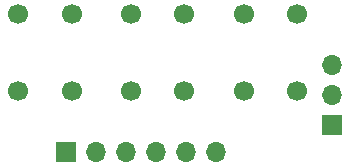
<source format=gts>
%TF.GenerationSoftware,KiCad,Pcbnew,(5.1.10)-1*%
%TF.CreationDate,2021-08-05T17:21:45+02:00*%
%TF.ProjectId,mp3_buttons_pcb,6d70335f-6275-4747-946f-6e735f706362,rev?*%
%TF.SameCoordinates,Original*%
%TF.FileFunction,Soldermask,Top*%
%TF.FilePolarity,Negative*%
%FSLAX46Y46*%
G04 Gerber Fmt 4.6, Leading zero omitted, Abs format (unit mm)*
G04 Created by KiCad (PCBNEW (5.1.10)-1) date 2021-08-05 17:21:45*
%MOMM*%
%LPD*%
G01*
G04 APERTURE LIST*
%ADD10C,1.700000*%
%ADD11R,1.700000X1.700000*%
%ADD12O,1.700000X1.700000*%
G04 APERTURE END LIST*
D10*
%TO.C,SW1*%
X179545860Y-103321980D03*
X179545860Y-109821980D03*
X184045860Y-103321980D03*
X184045860Y-109821980D03*
%TD*%
%TO.C,SW2*%
X193567440Y-109832280D03*
X193567440Y-103332280D03*
X189067440Y-109832280D03*
X189067440Y-103332280D03*
%TD*%
%TO.C,SW3*%
X198639040Y-103329600D03*
X198639040Y-109829600D03*
X203139040Y-103329600D03*
X203139040Y-109829600D03*
%TD*%
D11*
%TO.C,J1*%
X183591200Y-114985800D03*
D12*
X186131200Y-114985800D03*
X188671200Y-114985800D03*
X191211200Y-114985800D03*
X193751200Y-114985800D03*
X196291200Y-114985800D03*
%TD*%
D11*
%TO.C,J2*%
X206090520Y-112694720D03*
D12*
X206090520Y-110154720D03*
X206090520Y-107614720D03*
%TD*%
M02*

</source>
